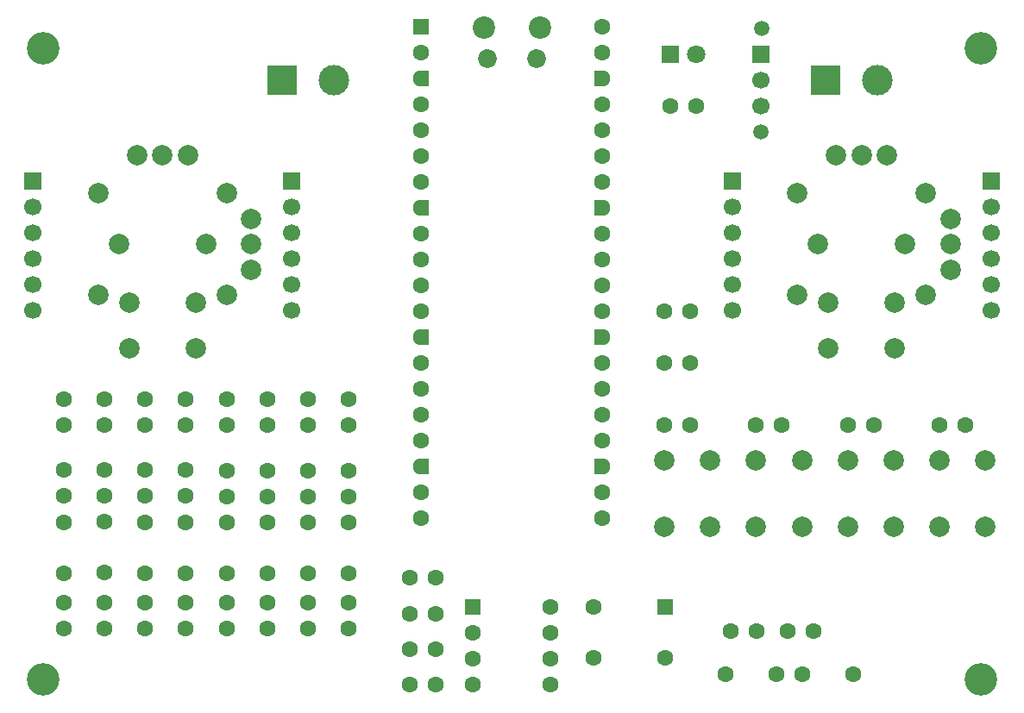
<source format=gbs>
%TF.GenerationSoftware,KiCad,Pcbnew,9.0.2*%
%TF.CreationDate,2025-07-04T21:54:35+09:00*%
%TF.ProjectId,sound_remocon_v2,736f756e-645f-4726-956d-6f636f6e5f76,rev?*%
%TF.SameCoordinates,Original*%
%TF.FileFunction,Soldermask,Bot*%
%TF.FilePolarity,Negative*%
%FSLAX46Y46*%
G04 Gerber Fmt 4.6, Leading zero omitted, Abs format (unit mm)*
G04 Created by KiCad (PCBNEW 9.0.2) date 2025-07-04 21:54:35*
%MOMM*%
%LPD*%
G01*
G04 APERTURE LIST*
G04 Aperture macros list*
%AMRoundRect*
0 Rectangle with rounded corners*
0 $1 Rounding radius*
0 $2 $3 $4 $5 $6 $7 $8 $9 X,Y pos of 4 corners*
0 Add a 4 corners polygon primitive as box body*
4,1,4,$2,$3,$4,$5,$6,$7,$8,$9,$2,$3,0*
0 Add four circle primitives for the rounded corners*
1,1,$1+$1,$2,$3*
1,1,$1+$1,$4,$5*
1,1,$1+$1,$6,$7*
1,1,$1+$1,$8,$9*
0 Add four rect primitives between the rounded corners*
20,1,$1+$1,$2,$3,$4,$5,0*
20,1,$1+$1,$4,$5,$6,$7,0*
20,1,$1+$1,$6,$7,$8,$9,0*
20,1,$1+$1,$8,$9,$2,$3,0*%
%AMFreePoly0*
4,1,37,0.603843,0.796157,0.639018,0.796157,0.711114,0.766294,0.766294,0.711114,0.796157,0.639018,0.796157,0.603843,0.800000,0.600000,0.800000,-0.600000,0.796157,-0.603843,0.796157,-0.639018,0.766294,-0.711114,0.711114,-0.766294,0.639018,-0.796157,0.603843,-0.796157,0.600000,-0.800000,0.000000,-0.800000,0.000000,-0.796148,-0.078414,-0.796148,-0.232228,-0.765552,-0.377117,-0.705537,
-0.507515,-0.618408,-0.618408,-0.507515,-0.705537,-0.377117,-0.765552,-0.232228,-0.796148,-0.078414,-0.796148,0.078414,-0.765552,0.232228,-0.705537,0.377117,-0.618408,0.507515,-0.507515,0.618408,-0.377117,0.705537,-0.232228,0.765552,-0.078414,0.796148,0.000000,0.796148,0.000000,0.800000,0.600000,0.800000,0.603843,0.796157,0.603843,0.796157,$1*%
%AMFreePoly1*
4,1,37,0.000000,0.796148,0.078414,0.796148,0.232228,0.765552,0.377117,0.705537,0.507515,0.618408,0.618408,0.507515,0.705537,0.377117,0.765552,0.232228,0.796148,0.078414,0.796148,-0.078414,0.765552,-0.232228,0.705537,-0.377117,0.618408,-0.507515,0.507515,-0.618408,0.377117,-0.705537,0.232228,-0.765552,0.078414,-0.796148,0.000000,-0.796148,0.000000,-0.800000,-0.600000,-0.800000,
-0.603843,-0.796157,-0.639018,-0.796157,-0.711114,-0.766294,-0.766294,-0.711114,-0.796157,-0.639018,-0.796157,-0.603843,-0.800000,-0.600000,-0.800000,0.600000,-0.796157,0.603843,-0.796157,0.639018,-0.766294,0.711114,-0.711114,0.766294,-0.639018,0.796157,-0.603843,0.796157,-0.600000,0.800000,0.000000,0.800000,0.000000,0.796148,0.000000,0.796148,$1*%
G04 Aperture macros list end*
%ADD10C,1.600000*%
%ADD11C,3.200000*%
%ADD12C,2.200000*%
%ADD13C,1.850000*%
%ADD14RoundRect,0.200000X-0.600000X-0.600000X0.600000X-0.600000X0.600000X0.600000X-0.600000X0.600000X0*%
%ADD15FreePoly0,0.000000*%
%ADD16FreePoly1,0.000000*%
%ADD17C,2.000000*%
%ADD18R,3.000000X3.000000*%
%ADD19C,3.000000*%
%ADD20C,1.500000*%
%ADD21R,1.700000X1.700000*%
%ADD22C,1.700000*%
%ADD23RoundRect,0.250000X-0.550000X-0.550000X0.550000X-0.550000X0.550000X0.550000X-0.550000X0.550000X0*%
%ADD24RoundRect,0.250000X-0.550000X0.550000X-0.550000X-0.550000X0.550000X-0.550000X0.550000X0.550000X0*%
%ADD25R,1.800000X1.800000*%
%ADD26C,1.800000*%
G04 APERTURE END LIST*
D10*
%TO.C,Rc5*%
X72000000Y-108450000D03*
X72000000Y-110990000D03*
%TD*%
D11*
%TO.C,REF\u002A\u002A*%
X146000000Y-54000000D03*
%TD*%
%TO.C,REF\u002A\u002A*%
X54000000Y-54000000D03*
%TD*%
D10*
%TO.C,C2*%
X60000000Y-100500000D03*
X60000000Y-105500000D03*
%TD*%
D11*
%TO.C,REF\u002A\u002A*%
X54000000Y-116000000D03*
%TD*%
D10*
%TO.C,Ra6*%
X76000000Y-88460000D03*
X76000000Y-91000000D03*
%TD*%
D11*
%TO.C,REF\u002A\u002A*%
X146000000Y-116000000D03*
%TD*%
D12*
%TO.C,A1*%
X97275000Y-52000000D03*
D13*
X97575000Y-55030000D03*
X102425000Y-55030000D03*
D12*
X102725000Y-52000000D03*
D14*
X91110000Y-51870000D03*
D10*
X91110000Y-54410000D03*
D15*
X91110000Y-56950000D03*
D10*
X91110000Y-59490000D03*
X91110000Y-62030000D03*
X91110000Y-64570000D03*
X91110000Y-67110000D03*
D15*
X91110000Y-69650000D03*
D10*
X91110000Y-72190000D03*
X91110000Y-74730000D03*
X91110000Y-77270000D03*
X91110000Y-79810000D03*
D15*
X91110000Y-82350000D03*
D10*
X91110000Y-84890000D03*
X91110000Y-87430000D03*
X91110000Y-89970000D03*
X91110000Y-92510000D03*
D15*
X91110000Y-95050000D03*
D10*
X91110000Y-97590000D03*
X91110000Y-100130000D03*
X108890000Y-100130000D03*
X108890000Y-97590000D03*
D16*
X108890000Y-95050000D03*
D10*
X108890000Y-92510000D03*
X108890000Y-89970000D03*
X108890000Y-87430000D03*
X108890000Y-84890000D03*
D16*
X108890000Y-82350000D03*
D10*
X108890000Y-79810000D03*
X108890000Y-77270000D03*
X108890000Y-74730000D03*
X108890000Y-72190000D03*
D16*
X108890000Y-69650000D03*
D10*
X108890000Y-67110000D03*
X108890000Y-64570000D03*
X108890000Y-62030000D03*
X108890000Y-59490000D03*
D16*
X108890000Y-56950000D03*
D10*
X108890000Y-54410000D03*
X108890000Y-51870000D03*
%TD*%
D17*
%TO.C,SW2*%
X123960000Y-101000000D03*
X123960000Y-94500000D03*
X128460000Y-101000000D03*
X128460000Y-94500000D03*
%TD*%
D18*
%TO.C,Power1*%
X130810000Y-57150000D03*
D19*
X135890000Y-57150000D03*
%TD*%
D10*
%TO.C,C4*%
X68000000Y-100545000D03*
X68000000Y-105545000D03*
%TD*%
%TO.C,Rb5*%
X72000000Y-95460000D03*
X72000000Y-98000000D03*
%TD*%
%TO.C,R1*%
X114960000Y-91000000D03*
X117500000Y-91000000D03*
%TD*%
%TO.C,Ra4*%
X68000000Y-88460000D03*
X68000000Y-91000000D03*
%TD*%
%TO.C,Rb7*%
X80000000Y-95460000D03*
X80000000Y-98000000D03*
%TD*%
%TO.C,Rrs1*%
X114960000Y-79810000D03*
X117500000Y-79810000D03*
%TD*%
%TO.C,Rls1*%
X114960000Y-84890000D03*
X117500000Y-84890000D03*
%TD*%
D17*
%TO.C,SW1*%
X114960000Y-101000000D03*
X114960000Y-94500000D03*
X119460000Y-101000000D03*
X119460000Y-94500000D03*
%TD*%
D10*
%TO.C,R3*%
X132960000Y-91000000D03*
X135500000Y-91000000D03*
%TD*%
%TO.C,C10*%
X125995000Y-115500000D03*
X120995000Y-115500000D03*
%TD*%
%TO.C,Rb2*%
X60000000Y-95415000D03*
X60000000Y-97955000D03*
%TD*%
%TO.C,Ra5*%
X72000000Y-88460000D03*
X72000000Y-91000000D03*
%TD*%
%TO.C,C8*%
X84000000Y-100545000D03*
X84000000Y-105545000D03*
%TD*%
D20*
%TO.C,*%
X124460000Y-62230000D03*
%TD*%
D21*
%TO.C,SW_PWR1*%
X124460000Y-54610000D03*
D22*
X124460000Y-57150000D03*
X124460000Y-59690000D03*
%TD*%
D21*
%TO.C,RightStickJ1*%
X121600000Y-67000000D03*
D22*
X121600000Y-69540000D03*
X121600000Y-72080000D03*
X121600000Y-74620000D03*
X121600000Y-77160000D03*
X121600000Y-79700000D03*
%TD*%
D23*
%TO.C,U1*%
X96190000Y-108880000D03*
D10*
X96190000Y-111420000D03*
X96190000Y-113960000D03*
X96190000Y-116500000D03*
X103810000Y-116500000D03*
X103810000Y-113960000D03*
X103810000Y-111420000D03*
X103810000Y-108880000D03*
%TD*%
%TO.C,Rc6*%
X76000000Y-108450000D03*
X76000000Y-110990000D03*
%TD*%
D17*
%TO.C,SW4*%
X141960000Y-101000000D03*
X141960000Y-94500000D03*
X146460000Y-101000000D03*
X146460000Y-94500000D03*
%TD*%
D21*
%TO.C,RightStickJ2*%
X147000000Y-67000000D03*
D22*
X147000000Y-69540000D03*
X147000000Y-72080000D03*
X147000000Y-74620000D03*
X147000000Y-77160000D03*
X147000000Y-79700000D03*
%TD*%
D10*
%TO.C,Rb4*%
X68000000Y-95415000D03*
X68000000Y-97955000D03*
%TD*%
%TO.C,Rg1*%
X89960000Y-116500000D03*
X92500000Y-116500000D03*
%TD*%
%TO.C,Rb8*%
X84000000Y-95460000D03*
X84000000Y-98000000D03*
%TD*%
%TO.C,Re2*%
X89960000Y-109500000D03*
X92500000Y-109500000D03*
%TD*%
%TO.C,Ra2*%
X60000000Y-88460000D03*
X60000000Y-91000000D03*
%TD*%
D18*
%TO.C,MixedSignalOut1*%
X77470000Y-57150000D03*
D19*
X82550000Y-57150000D03*
%TD*%
D10*
%TO.C,R2*%
X123960000Y-91000000D03*
X126500000Y-91000000D03*
%TD*%
%TO.C,Rb3*%
X64000000Y-95415000D03*
X64000000Y-97955000D03*
%TD*%
%TO.C,C1*%
X56000000Y-100545000D03*
X56000000Y-105545000D03*
%TD*%
%TO.C,C9*%
X128495000Y-115500000D03*
X133495000Y-115500000D03*
%TD*%
%TO.C,Rc2*%
X60000000Y-108455000D03*
X60000000Y-110995000D03*
%TD*%
D24*
%TO.C,Cp2*%
X115000000Y-108880000D03*
D10*
X115000000Y-113880000D03*
%TD*%
%TO.C,R4*%
X141960000Y-91000000D03*
X144500000Y-91000000D03*
%TD*%
%TO.C,C6*%
X76000000Y-100545000D03*
X76000000Y-105545000D03*
%TD*%
%TO.C,Cp1*%
X108000000Y-108880000D03*
X108000000Y-113880000D03*
%TD*%
%TO.C,Rb1*%
X56000000Y-95415000D03*
X56000000Y-97955000D03*
%TD*%
D20*
%TO.C,*%
X124500000Y-52070000D03*
%TD*%
D25*
%TO.C,D1*%
X115570000Y-54610000D03*
D26*
X118110000Y-54610000D03*
%TD*%
D10*
%TO.C,Rb6*%
X76000000Y-95460000D03*
X76000000Y-98000000D03*
%TD*%
%TO.C,C5*%
X72000000Y-100545000D03*
X72000000Y-105545000D03*
%TD*%
%TO.C,Rc8*%
X84000000Y-108450000D03*
X84000000Y-110990000D03*
%TD*%
%TO.C,Rc7*%
X80000000Y-108405000D03*
X80000000Y-110945000D03*
%TD*%
%TO.C,Ra8*%
X84000000Y-88460000D03*
X84000000Y-91000000D03*
%TD*%
%TO.C,Rh1*%
X121460000Y-111200000D03*
X124000000Y-111200000D03*
%TD*%
D17*
%TO.C,SW3*%
X132960000Y-101000000D03*
X132960000Y-94500000D03*
X137460000Y-101000000D03*
X137460000Y-94500000D03*
%TD*%
D21*
%TO.C,LeftStickJ2*%
X78400000Y-67000000D03*
D22*
X78400000Y-69540000D03*
X78400000Y-72080000D03*
X78400000Y-74620000D03*
X78400000Y-77160000D03*
X78400000Y-79700000D03*
%TD*%
D17*
%TO.C,LeftStick1*%
X61400000Y-73225000D03*
X70000000Y-73225000D03*
X68200000Y-64495000D03*
X65700000Y-64495000D03*
X63200000Y-64495000D03*
X74430000Y-75725000D03*
X74430000Y-73225000D03*
X74430000Y-70725000D03*
X62450000Y-78975000D03*
X62450000Y-83475000D03*
X68950000Y-78975000D03*
X68950000Y-83475000D03*
X59375000Y-68225000D03*
X59375000Y-78225000D03*
X72025000Y-68225000D03*
X72025000Y-78225000D03*
%TD*%
D10*
%TO.C,Ra7*%
X80000000Y-88460000D03*
X80000000Y-91000000D03*
%TD*%
%TO.C,Ra3*%
X64000000Y-88460000D03*
X64000000Y-91000000D03*
%TD*%
%TO.C,Ra1*%
X56000000Y-88460000D03*
X56000000Y-91000000D03*
%TD*%
%TO.C,Re1*%
X89960000Y-106000000D03*
X92500000Y-106000000D03*
%TD*%
%TO.C,C7*%
X80000000Y-100545000D03*
X80000000Y-105545000D03*
%TD*%
%TO.C,Rh2*%
X127060000Y-111200000D03*
X129600000Y-111200000D03*
%TD*%
%TO.C,Rf1*%
X89960000Y-113000000D03*
X92500000Y-113000000D03*
%TD*%
D21*
%TO.C,LeftStickJ1*%
X53000000Y-67000000D03*
D22*
X53000000Y-69540000D03*
X53000000Y-72080000D03*
X53000000Y-74620000D03*
X53000000Y-77160000D03*
X53000000Y-79700000D03*
%TD*%
D10*
%TO.C,Rled1*%
X115570000Y-59690000D03*
X118110000Y-59690000D03*
%TD*%
%TO.C,Rc1*%
X56000000Y-108450000D03*
X56000000Y-110990000D03*
%TD*%
D17*
%TO.C,RightStick1*%
X130000000Y-73225000D03*
X138600000Y-73225000D03*
X136800000Y-64495000D03*
X134300000Y-64495000D03*
X131800000Y-64495000D03*
X143030000Y-75725000D03*
X143030000Y-73225000D03*
X143030000Y-70725000D03*
X131050000Y-78975000D03*
X131050000Y-83475000D03*
X137550000Y-78975000D03*
X137550000Y-83475000D03*
X127975000Y-68225000D03*
X127975000Y-78225000D03*
X140625000Y-68225000D03*
X140625000Y-78225000D03*
%TD*%
D10*
%TO.C,Rc4*%
X68000000Y-108450000D03*
X68000000Y-110990000D03*
%TD*%
%TO.C,C3*%
X64000000Y-100545000D03*
X64000000Y-105545000D03*
%TD*%
%TO.C,Rc3*%
X64000000Y-108450000D03*
X64000000Y-110990000D03*
%TD*%
M02*

</source>
